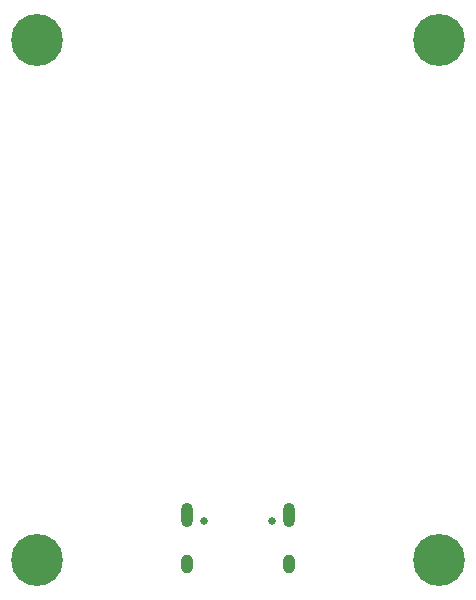
<source format=gbr>
G04 #@! TF.GenerationSoftware,KiCad,Pcbnew,(5.99.0-7554-g937713dbbc)*
G04 #@! TF.CreationDate,2020-12-16T08:12:25+03:00*
G04 #@! TF.ProjectId,BioniX,42696f6e-6958-42e6-9b69-6361645f7063,rev?*
G04 #@! TF.SameCoordinates,PX6422c40PY5a995c0*
G04 #@! TF.FileFunction,Soldermask,Bot*
G04 #@! TF.FilePolarity,Negative*
%FSLAX46Y46*%
G04 Gerber Fmt 4.6, Leading zero omitted, Abs format (unit mm)*
G04 Created by KiCad (PCBNEW (5.99.0-7554-g937713dbbc)) date 2020-12-16 08:12:25*
%MOMM*%
%LPD*%
G01*
G04 APERTURE LIST*
%ADD10C,0.650000*%
%ADD11O,1.000000X2.100000*%
%ADD12O,1.000000X1.600000*%
%ADD13C,0.700000*%
%ADD14C,4.400000*%
G04 APERTURE END LIST*
D10*
G04 #@! TO.C,J1*
X17110000Y6250000D03*
X22890000Y6250000D03*
D11*
X15680000Y6780000D03*
X24320000Y6780000D03*
D12*
X15680000Y2600000D03*
X24320000Y2600000D03*
G04 #@! TD*
D13*
G04 #@! TO.C,H4*
X38650000Y47000000D03*
X38166726Y48166726D03*
X35833274Y45833274D03*
X37000000Y45350000D03*
X38166726Y45833274D03*
D14*
X37000000Y47000000D03*
D13*
X35350000Y47000000D03*
X35833274Y48166726D03*
X37000000Y48650000D03*
G04 #@! TD*
G04 #@! TO.C,H1*
X4650000Y3000000D03*
X3000000Y1350000D03*
X3000000Y4650000D03*
D14*
X3000000Y3000000D03*
D13*
X4166726Y4166726D03*
X4166726Y1833274D03*
X1833274Y1833274D03*
X1350000Y3000000D03*
X1833274Y4166726D03*
G04 #@! TD*
G04 #@! TO.C,H2*
X35833274Y4166726D03*
X35350000Y3000000D03*
X35833274Y1833274D03*
X38166726Y1833274D03*
X38166726Y4166726D03*
X38650000Y3000000D03*
X37000000Y1350000D03*
X37000000Y4650000D03*
D14*
X37000000Y3000000D03*
G04 #@! TD*
D13*
G04 #@! TO.C,H3*
X1350000Y47000000D03*
X4166726Y45833274D03*
X4166726Y48166726D03*
X3000000Y45350000D03*
X3000000Y48650000D03*
X1833274Y45833274D03*
X1833274Y48166726D03*
X4650000Y47000000D03*
D14*
X3000000Y47000000D03*
G04 #@! TD*
M02*

</source>
